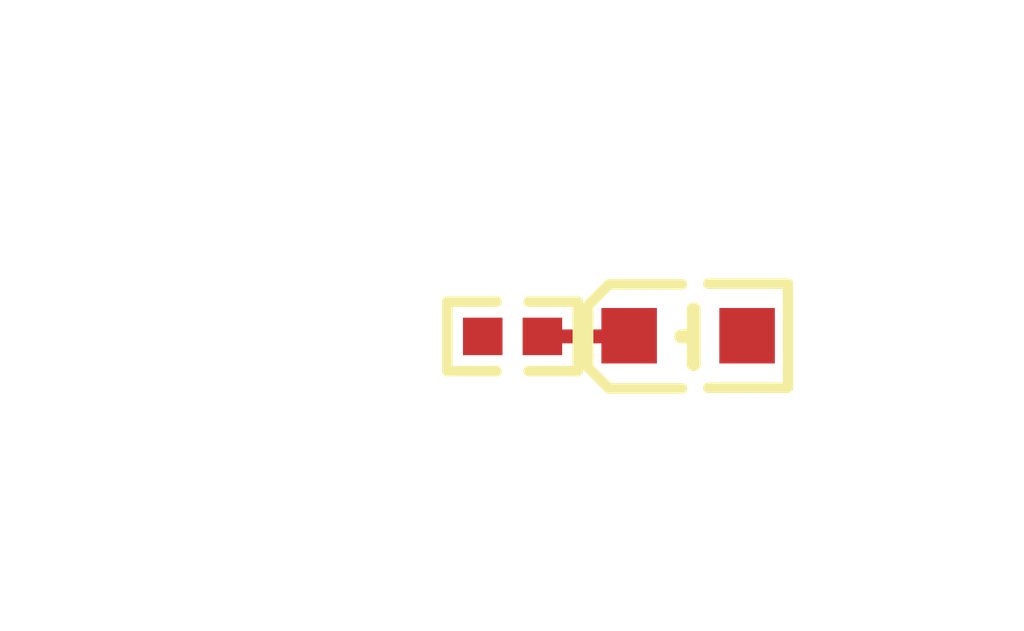
<source format=kicad_pcb>
(kicad_pcb (version 20241229) (generator "pcbnew") (generator_version "9.0")
  (layers (0 "F.Cu" signal) (2 "B.Cu" signal) (13 "F.Paste" user) (15 "B.Paste" user) (5 "F.SilkS" user "F.Silkscreen") (7 "B.SilkS" user "B.Silkscreen") (1 "F.Mask" user) (3 "B.Mask" user) (25 "Edge.Cuts" user))
  (net 0 "")
  (net 1 "GND")
  (net 2 "anode")
  (net 3 "cathode")
  (footprint "UNI_ROYAL_0402WGF1002TCE:R0402" (layer "F.Cu") (at 158.54 96.27 180)
    (property "Reference" "R1" (hide yes))
    (property "Value" "10kΩ ±1% 62.5mW")
    (fp_line (start -0.23 0.5) (end -0.94 0.5) (stroke (width 0.15)) (layer "F.SilkS"))
    (fp_line (start -0.94 0.5) (end -0.94 -0.5) (stroke (width 0.15)) (layer "F.SilkS"))
    (fp_line (start -0.94 -0.5) (end -0.23 -0.5) (stroke (width 0.15)) (layer "F.SilkS"))
    (fp_line (start 0.23 0.5) (end 0.94 0.5) (stroke (width 0.15)) (layer "F.SilkS"))
    (fp_line (start 0.94 0.5) (end 0.94 -0.5) (stroke (width 0.15)) (layer "F.SilkS"))
    (fp_line (start 0.94 -0.5) (end 0.23 -0.5) (stroke (width 0.15)) (layer "F.SilkS"))
    (pad "2" smd rect (at 0.43 0 180) (size 0.57 0.54) (layers "F.Cu" "F.Paste" "F.Mask") (net 1 "GND"))
    (pad "1" smd rect (at -0.43 0 180) (size 0.57 0.54) (layers "F.Cu" "F.Paste" "F.Mask") (net 3 "cathode"))
  )
  (footprint "Hubei_KENTO_Elec_KT_0603Y:LED0603-R-RD" (layer "F.Cu") (at 161.07 96.26 0)
    (property "Reference" "LED1" (hide yes))
    (property "Value" "")
    (fp_line (start 0.29 -0.75) (end 1.44 -0.75) (stroke (width 0.15)) (layer "F.SilkS"))
    (fp_line (start 1.44 -0.75) (end 1.44 0.73) (stroke (width 0.15)) (layer "F.SilkS"))
    (fp_line (start 0.29 0.75) (end 1.44 0.75) (stroke (width 0.15)) (layer "F.SilkS"))
    (fp_line (start -0.09 0.76) (end -1.14 0.76) (stroke (width 0.15)) (layer "F.SilkS"))
    (fp_line (start -1.44 0.36) (end -1.44 0.46) (stroke (width 0.15)) (layer "F.SilkS"))
    (fp_line (start -1.44 0.46) (end -1.14 0.76) (stroke (width 0.15)) (layer "F.SilkS"))
    (fp_line (start -1.44 -0.34) (end -1.44 0.36) (stroke (width 0.15)) (layer "F.SilkS"))
    (fp_line (start -1.44 -0.34) (end -1.44 -0.44) (stroke (width 0.15)) (layer "F.SilkS"))
    (fp_line (start -1.44 -0.44) (end -1.14 -0.74) (stroke (width 0.15)) (layer "F.SilkS"))
    (fp_line (start -0.09 -0.74) (end -1.14 -0.74) (stroke (width 0.15)) (layer "F.SilkS"))
    (fp_line (start 0.08 0.41) (end 0.08 -0.38) (stroke (width 0.2)) (layer "F.SilkS"))
    (fp_line (start 0.08 0.01) (end -0.1 0.01) (stroke (width 0.2)) (layer "F.SilkS"))
    (pad "1" smd rect (at 0.85 0 90) (size 0.8 0.8) (layers "F.Cu" "F.Paste" "F.Mask") (net 2 "anode"))
    (pad "2" smd rect (at -0.85 0 90) (size 0.8 0.8) (layers "F.Cu" "F.Paste" "F.Mask") (net 3 "cathode"))
  )
  (segment (start 158.97 96.27) (end 160.21 96.27) (width 0.2) (net 3) (layer "F.Cu"))
  (segment (start 160.21 96.27) (end 160.22 96.26) (width 0.2) (net 3) (layer "F.Cu"))
)
</source>
